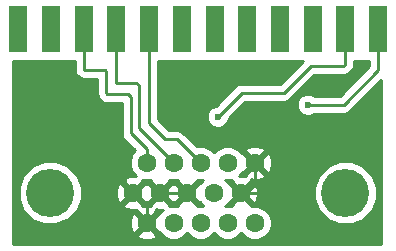
<source format=gtl>
G04 #@! TF.FileFunction,Copper,L1,Top,Signal*
%FSLAX46Y46*%
G04 Gerber Fmt 4.6, Leading zero omitted, Abs format (unit mm)*
G04 Created by KiCad (PCBNEW 4.0.7) date 01/07/18 23:21:39*
%MOMM*%
%LPD*%
G01*
G04 APERTURE LIST*
%ADD10C,0.100000*%
%ADD11R,1.500000X4.000000*%
%ADD12C,4.064000*%
%ADD13C,1.600200*%
%ADD14C,0.600000*%
%ADD15C,0.250000*%
%ADD16C,0.254000*%
G04 APERTURE END LIST*
D10*
D11*
X133735000Y-85310000D03*
X136505000Y-85310000D03*
X139275000Y-85310000D03*
X142045000Y-85310000D03*
X144815000Y-85310000D03*
X147585000Y-85310000D03*
X150355000Y-85310000D03*
X153125000Y-85310000D03*
X155895000Y-85310000D03*
X158665000Y-85310000D03*
X161435000Y-85310000D03*
X164205000Y-85310000D03*
D12*
X136430660Y-99170000D03*
X161429340Y-99170000D03*
D13*
X153760000Y-101710000D03*
X152615000Y-99170000D03*
X151470000Y-101710000D03*
X149180000Y-101710000D03*
X146890000Y-101710000D03*
X144600000Y-101710000D03*
X150325000Y-99170000D03*
X148035000Y-99170000D03*
X145745000Y-99170000D03*
X143455000Y-99170000D03*
X153760000Y-96630000D03*
X151470000Y-96630000D03*
X149180000Y-96630000D03*
X146890000Y-96630000D03*
X144600000Y-96630000D03*
D14*
X141732000Y-92710000D03*
X157226000Y-99314000D03*
X150622000Y-92710000D03*
X158242000Y-91694000D03*
D15*
X142748000Y-98463000D02*
X143455000Y-99170000D01*
X142748000Y-96012000D02*
X142748000Y-98463000D01*
X141732000Y-94996000D02*
X142748000Y-96012000D01*
X141732000Y-92710000D02*
X141732000Y-94996000D01*
X152615000Y-99170000D02*
X157082000Y-99170000D01*
X157082000Y-99170000D02*
X157226000Y-99314000D01*
X152615000Y-99170000D02*
X153052000Y-99170000D01*
X153052000Y-99170000D02*
X153760000Y-98462000D01*
X153760000Y-98462000D02*
X153760000Y-96630000D01*
X145745000Y-99170000D02*
X148035000Y-99170000D01*
X144443500Y-100158500D02*
X144756500Y-100158500D01*
X144756500Y-100158500D02*
X145745000Y-99170000D01*
X144600000Y-101710000D02*
X144600000Y-100315000D01*
X144600000Y-100315000D02*
X144443500Y-100158500D01*
X144443500Y-100158500D02*
X143455000Y-99170000D01*
X139275000Y-85310000D02*
X139275000Y-88755000D01*
X144600000Y-95480000D02*
X144600000Y-96630000D01*
X143250000Y-94130000D02*
X144600000Y-95480000D01*
X143250000Y-91060000D02*
X143250000Y-94130000D01*
X143020000Y-90830000D02*
X143250000Y-91060000D01*
X141260000Y-90830000D02*
X143020000Y-90830000D01*
X141180000Y-90750000D02*
X141260000Y-90830000D01*
X141180000Y-88880000D02*
X141180000Y-90750000D01*
X141070000Y-88770000D02*
X141180000Y-88880000D01*
X139290000Y-88770000D02*
X141070000Y-88770000D01*
X139275000Y-88755000D02*
X139290000Y-88770000D01*
X142045000Y-85310000D02*
X142045000Y-89825000D01*
X143920000Y-93660000D02*
X146890000Y-96630000D01*
X143920000Y-90050000D02*
X143920000Y-93660000D01*
X143700000Y-89830000D02*
X143920000Y-90050000D01*
X142050000Y-89830000D02*
X143700000Y-89830000D01*
X142045000Y-89825000D02*
X142050000Y-89830000D01*
X144815000Y-85310000D02*
X144815000Y-93235000D01*
X147150000Y-94600000D02*
X149180000Y-96630000D01*
X146180000Y-94600000D02*
X147150000Y-94600000D01*
X144815000Y-93235000D02*
X146180000Y-94600000D01*
X161435000Y-88247000D02*
X161435000Y-85310000D01*
X161290000Y-88392000D02*
X161435000Y-88247000D01*
X158496000Y-88392000D02*
X161290000Y-88392000D01*
X156210000Y-90678000D02*
X158496000Y-88392000D01*
X152654000Y-90678000D02*
X156210000Y-90678000D01*
X150622000Y-92710000D02*
X152654000Y-90678000D01*
X164205000Y-88779000D02*
X164205000Y-85310000D01*
X161290000Y-91694000D02*
X164205000Y-88779000D01*
X158242000Y-91694000D02*
X161290000Y-91694000D01*
D16*
G36*
X138515000Y-88755000D02*
X138572852Y-89045839D01*
X138737599Y-89292401D01*
X138752599Y-89307401D01*
X138999160Y-89472148D01*
X139290000Y-89530000D01*
X140420000Y-89530000D01*
X140420000Y-90750000D01*
X140477852Y-91040839D01*
X140642599Y-91287401D01*
X140722599Y-91367401D01*
X140969161Y-91532148D01*
X141260000Y-91590000D01*
X142490000Y-91590000D01*
X142490000Y-94130000D01*
X142547852Y-94420839D01*
X142712599Y-94667401D01*
X143622863Y-95577665D01*
X143384091Y-95816020D01*
X143165150Y-96343289D01*
X143164652Y-96914207D01*
X143382672Y-97441857D01*
X143663649Y-97723325D01*
X143101530Y-97750121D01*
X142700935Y-97916053D01*
X142626788Y-98162183D01*
X143455000Y-98990395D01*
X144283212Y-98162183D01*
X144245398Y-98036659D01*
X144313289Y-98064850D01*
X144884207Y-98065348D01*
X144954739Y-98036205D01*
X144916788Y-98162183D01*
X145745000Y-98990395D01*
X146573212Y-98162183D01*
X146535398Y-98036659D01*
X146603289Y-98064850D01*
X147174207Y-98065348D01*
X147244739Y-98036205D01*
X147206788Y-98162183D01*
X148035000Y-98990395D01*
X148863212Y-98162183D01*
X148825398Y-98036659D01*
X148893289Y-98064850D01*
X149400326Y-98065292D01*
X149109091Y-98356020D01*
X149106975Y-98361116D01*
X149042817Y-98341788D01*
X148214605Y-99170000D01*
X149042817Y-99998212D01*
X149106503Y-99979027D01*
X149107672Y-99981857D01*
X149400396Y-100275092D01*
X148895793Y-100274652D01*
X148825261Y-100303795D01*
X148863212Y-100177817D01*
X148035000Y-99349605D01*
X147206788Y-100177817D01*
X147244602Y-100303341D01*
X147176711Y-100275150D01*
X146605793Y-100274652D01*
X146535261Y-100303795D01*
X146573212Y-100177817D01*
X145745000Y-99349605D01*
X144916788Y-100177817D01*
X144957686Y-100313577D01*
X144816800Y-100262936D01*
X144249422Y-100289983D01*
X144283212Y-100177817D01*
X143455000Y-99349605D01*
X142626788Y-100177817D01*
X142700935Y-100423947D01*
X143238200Y-100617064D01*
X143805578Y-100590017D01*
X143771788Y-100702183D01*
X144600000Y-101530395D01*
X145428212Y-100702183D01*
X145387314Y-100566423D01*
X145528200Y-100617064D01*
X145974864Y-100595771D01*
X145674091Y-100896020D01*
X145671975Y-100901116D01*
X145607817Y-100881788D01*
X144779605Y-101710000D01*
X145607817Y-102538212D01*
X145671503Y-102519027D01*
X145672672Y-102521857D01*
X146076020Y-102925909D01*
X146603289Y-103144850D01*
X147174207Y-103145348D01*
X147701857Y-102927328D01*
X148035227Y-102594539D01*
X148366020Y-102925909D01*
X148893289Y-103144850D01*
X149464207Y-103145348D01*
X149991857Y-102927328D01*
X150325227Y-102594539D01*
X150656020Y-102925909D01*
X151183289Y-103144850D01*
X151754207Y-103145348D01*
X152281857Y-102927328D01*
X152615227Y-102594539D01*
X152946020Y-102925909D01*
X153473289Y-103144850D01*
X154044207Y-103145348D01*
X154571857Y-102927328D01*
X154975909Y-102523980D01*
X155194850Y-101996711D01*
X155195348Y-101425793D01*
X154977328Y-100898143D01*
X154573980Y-100494091D01*
X154046711Y-100275150D01*
X153475793Y-100274652D01*
X153405261Y-100303795D01*
X153443212Y-100177817D01*
X152615000Y-99349605D01*
X151786788Y-100177817D01*
X151824602Y-100303341D01*
X151756711Y-100275150D01*
X151249674Y-100274708D01*
X151540909Y-99983980D01*
X151543025Y-99978884D01*
X151607183Y-99998212D01*
X152435395Y-99170000D01*
X152794605Y-99170000D01*
X153622817Y-99998212D01*
X153868947Y-99924065D01*
X153950143Y-99698172D01*
X158761878Y-99698172D01*
X159167049Y-100678761D01*
X159916633Y-101429655D01*
X160896513Y-101836536D01*
X161957512Y-101837462D01*
X162938101Y-101432291D01*
X163688995Y-100682707D01*
X164095876Y-99702827D01*
X164096802Y-98641828D01*
X163691631Y-97661239D01*
X162942047Y-96910345D01*
X161962167Y-96503464D01*
X160901168Y-96502538D01*
X159920579Y-96907709D01*
X159169685Y-97657293D01*
X158762804Y-98637173D01*
X158761878Y-99698172D01*
X153950143Y-99698172D01*
X154062064Y-99386800D01*
X154034879Y-98816530D01*
X153868947Y-98415935D01*
X153622817Y-98341788D01*
X152794605Y-99170000D01*
X152435395Y-99170000D01*
X151607183Y-98341788D01*
X151543497Y-98360973D01*
X151542328Y-98358143D01*
X151249604Y-98064908D01*
X151754207Y-98065348D01*
X151824739Y-98036205D01*
X151786788Y-98162183D01*
X152615000Y-98990395D01*
X153443212Y-98162183D01*
X153402314Y-98026423D01*
X153543200Y-98077064D01*
X154113470Y-98049879D01*
X154514065Y-97883947D01*
X154588212Y-97637817D01*
X153760000Y-96809605D01*
X152931788Y-97637817D01*
X152972686Y-97773577D01*
X152831800Y-97722936D01*
X152385136Y-97744229D01*
X152685909Y-97443980D01*
X152688025Y-97438884D01*
X152752183Y-97458212D01*
X153580395Y-96630000D01*
X153939605Y-96630000D01*
X154767817Y-97458212D01*
X155013947Y-97384065D01*
X155207064Y-96846800D01*
X155179879Y-96276530D01*
X155013947Y-95875935D01*
X154767817Y-95801788D01*
X153939605Y-96630000D01*
X153580395Y-96630000D01*
X152752183Y-95801788D01*
X152688497Y-95820973D01*
X152687328Y-95818143D01*
X152491710Y-95622183D01*
X152931788Y-95622183D01*
X153760000Y-96450395D01*
X154588212Y-95622183D01*
X154514065Y-95376053D01*
X153976800Y-95182936D01*
X153406530Y-95210121D01*
X153005935Y-95376053D01*
X152931788Y-95622183D01*
X152491710Y-95622183D01*
X152283980Y-95414091D01*
X151756711Y-95195150D01*
X151185793Y-95194652D01*
X150658143Y-95412672D01*
X150324773Y-95745461D01*
X149993980Y-95414091D01*
X149466711Y-95195150D01*
X148895793Y-95194652D01*
X148841774Y-95216972D01*
X147687401Y-94062599D01*
X147440839Y-93897852D01*
X147150000Y-93840000D01*
X146494802Y-93840000D01*
X145575000Y-92920198D01*
X145575000Y-88011000D01*
X157802198Y-88011000D01*
X155895198Y-89918000D01*
X152654000Y-89918000D01*
X152363161Y-89975852D01*
X152116599Y-90140599D01*
X150482320Y-91774878D01*
X150436833Y-91774838D01*
X150093057Y-91916883D01*
X149829808Y-92179673D01*
X149687162Y-92523201D01*
X149686838Y-92895167D01*
X149828883Y-93238943D01*
X150091673Y-93502192D01*
X150435201Y-93644838D01*
X150807167Y-93645162D01*
X151150943Y-93503117D01*
X151414192Y-93240327D01*
X151556838Y-92896799D01*
X151556879Y-92849923D01*
X152968802Y-91438000D01*
X156210000Y-91438000D01*
X156500839Y-91380148D01*
X156747401Y-91215401D01*
X158810802Y-89152000D01*
X161290000Y-89152000D01*
X161580839Y-89094148D01*
X161827401Y-88929401D01*
X161972401Y-88784401D01*
X162137148Y-88537839D01*
X162195000Y-88247000D01*
X162195000Y-88011000D01*
X163445000Y-88011000D01*
X163445000Y-88464198D01*
X160975198Y-90934000D01*
X158804463Y-90934000D01*
X158772327Y-90901808D01*
X158428799Y-90759162D01*
X158056833Y-90758838D01*
X157713057Y-90900883D01*
X157449808Y-91163673D01*
X157307162Y-91507201D01*
X157306838Y-91879167D01*
X157448883Y-92222943D01*
X157711673Y-92486192D01*
X158055201Y-92628838D01*
X158427167Y-92629162D01*
X158770943Y-92487117D01*
X158804118Y-92454000D01*
X161290000Y-92454000D01*
X161580839Y-92396148D01*
X161827401Y-92231401D01*
X164415000Y-89643802D01*
X164415000Y-103455000D01*
X133273000Y-103455000D01*
X133273000Y-102717817D01*
X143771788Y-102717817D01*
X143845935Y-102963947D01*
X144383200Y-103157064D01*
X144953470Y-103129879D01*
X145354065Y-102963947D01*
X145428212Y-102717817D01*
X144600000Y-101889605D01*
X143771788Y-102717817D01*
X133273000Y-102717817D01*
X133273000Y-99698172D01*
X133763198Y-99698172D01*
X134168369Y-100678761D01*
X134917953Y-101429655D01*
X135897833Y-101836536D01*
X136958832Y-101837462D01*
X137792009Y-101493200D01*
X143152936Y-101493200D01*
X143180121Y-102063470D01*
X143346053Y-102464065D01*
X143592183Y-102538212D01*
X144420395Y-101710000D01*
X143592183Y-100881788D01*
X143346053Y-100955935D01*
X143152936Y-101493200D01*
X137792009Y-101493200D01*
X137939421Y-101432291D01*
X138690315Y-100682707D01*
X139097196Y-99702827D01*
X139097850Y-98953200D01*
X142007936Y-98953200D01*
X142035121Y-99523470D01*
X142201053Y-99924065D01*
X142447183Y-99998212D01*
X143275395Y-99170000D01*
X143634605Y-99170000D01*
X144462817Y-99998212D01*
X144600000Y-99956885D01*
X144737183Y-99998212D01*
X145565395Y-99170000D01*
X145924605Y-99170000D01*
X146752817Y-99998212D01*
X146890000Y-99956885D01*
X147027183Y-99998212D01*
X147855395Y-99170000D01*
X147027183Y-98341788D01*
X146890000Y-98383115D01*
X146752817Y-98341788D01*
X145924605Y-99170000D01*
X145565395Y-99170000D01*
X144737183Y-98341788D01*
X144600000Y-98383115D01*
X144462817Y-98341788D01*
X143634605Y-99170000D01*
X143275395Y-99170000D01*
X142447183Y-98341788D01*
X142201053Y-98415935D01*
X142007936Y-98953200D01*
X139097850Y-98953200D01*
X139098122Y-98641828D01*
X138692951Y-97661239D01*
X137943367Y-96910345D01*
X136963487Y-96503464D01*
X135902488Y-96502538D01*
X134921899Y-96907709D01*
X134171005Y-97657293D01*
X133764124Y-98637173D01*
X133763198Y-99698172D01*
X133273000Y-99698172D01*
X133273000Y-88011000D01*
X138515000Y-88011000D01*
X138515000Y-88755000D01*
X138515000Y-88755000D01*
G37*
X138515000Y-88755000D02*
X138572852Y-89045839D01*
X138737599Y-89292401D01*
X138752599Y-89307401D01*
X138999160Y-89472148D01*
X139290000Y-89530000D01*
X140420000Y-89530000D01*
X140420000Y-90750000D01*
X140477852Y-91040839D01*
X140642599Y-91287401D01*
X140722599Y-91367401D01*
X140969161Y-91532148D01*
X141260000Y-91590000D01*
X142490000Y-91590000D01*
X142490000Y-94130000D01*
X142547852Y-94420839D01*
X142712599Y-94667401D01*
X143622863Y-95577665D01*
X143384091Y-95816020D01*
X143165150Y-96343289D01*
X143164652Y-96914207D01*
X143382672Y-97441857D01*
X143663649Y-97723325D01*
X143101530Y-97750121D01*
X142700935Y-97916053D01*
X142626788Y-98162183D01*
X143455000Y-98990395D01*
X144283212Y-98162183D01*
X144245398Y-98036659D01*
X144313289Y-98064850D01*
X144884207Y-98065348D01*
X144954739Y-98036205D01*
X144916788Y-98162183D01*
X145745000Y-98990395D01*
X146573212Y-98162183D01*
X146535398Y-98036659D01*
X146603289Y-98064850D01*
X147174207Y-98065348D01*
X147244739Y-98036205D01*
X147206788Y-98162183D01*
X148035000Y-98990395D01*
X148863212Y-98162183D01*
X148825398Y-98036659D01*
X148893289Y-98064850D01*
X149400326Y-98065292D01*
X149109091Y-98356020D01*
X149106975Y-98361116D01*
X149042817Y-98341788D01*
X148214605Y-99170000D01*
X149042817Y-99998212D01*
X149106503Y-99979027D01*
X149107672Y-99981857D01*
X149400396Y-100275092D01*
X148895793Y-100274652D01*
X148825261Y-100303795D01*
X148863212Y-100177817D01*
X148035000Y-99349605D01*
X147206788Y-100177817D01*
X147244602Y-100303341D01*
X147176711Y-100275150D01*
X146605793Y-100274652D01*
X146535261Y-100303795D01*
X146573212Y-100177817D01*
X145745000Y-99349605D01*
X144916788Y-100177817D01*
X144957686Y-100313577D01*
X144816800Y-100262936D01*
X144249422Y-100289983D01*
X144283212Y-100177817D01*
X143455000Y-99349605D01*
X142626788Y-100177817D01*
X142700935Y-100423947D01*
X143238200Y-100617064D01*
X143805578Y-100590017D01*
X143771788Y-100702183D01*
X144600000Y-101530395D01*
X145428212Y-100702183D01*
X145387314Y-100566423D01*
X145528200Y-100617064D01*
X145974864Y-100595771D01*
X145674091Y-100896020D01*
X145671975Y-100901116D01*
X145607817Y-100881788D01*
X144779605Y-101710000D01*
X145607817Y-102538212D01*
X145671503Y-102519027D01*
X145672672Y-102521857D01*
X146076020Y-102925909D01*
X146603289Y-103144850D01*
X147174207Y-103145348D01*
X147701857Y-102927328D01*
X148035227Y-102594539D01*
X148366020Y-102925909D01*
X148893289Y-103144850D01*
X149464207Y-103145348D01*
X149991857Y-102927328D01*
X150325227Y-102594539D01*
X150656020Y-102925909D01*
X151183289Y-103144850D01*
X151754207Y-103145348D01*
X152281857Y-102927328D01*
X152615227Y-102594539D01*
X152946020Y-102925909D01*
X153473289Y-103144850D01*
X154044207Y-103145348D01*
X154571857Y-102927328D01*
X154975909Y-102523980D01*
X155194850Y-101996711D01*
X155195348Y-101425793D01*
X154977328Y-100898143D01*
X154573980Y-100494091D01*
X154046711Y-100275150D01*
X153475793Y-100274652D01*
X153405261Y-100303795D01*
X153443212Y-100177817D01*
X152615000Y-99349605D01*
X151786788Y-100177817D01*
X151824602Y-100303341D01*
X151756711Y-100275150D01*
X151249674Y-100274708D01*
X151540909Y-99983980D01*
X151543025Y-99978884D01*
X151607183Y-99998212D01*
X152435395Y-99170000D01*
X152794605Y-99170000D01*
X153622817Y-99998212D01*
X153868947Y-99924065D01*
X153950143Y-99698172D01*
X158761878Y-99698172D01*
X159167049Y-100678761D01*
X159916633Y-101429655D01*
X160896513Y-101836536D01*
X161957512Y-101837462D01*
X162938101Y-101432291D01*
X163688995Y-100682707D01*
X164095876Y-99702827D01*
X164096802Y-98641828D01*
X163691631Y-97661239D01*
X162942047Y-96910345D01*
X161962167Y-96503464D01*
X160901168Y-96502538D01*
X159920579Y-96907709D01*
X159169685Y-97657293D01*
X158762804Y-98637173D01*
X158761878Y-99698172D01*
X153950143Y-99698172D01*
X154062064Y-99386800D01*
X154034879Y-98816530D01*
X153868947Y-98415935D01*
X153622817Y-98341788D01*
X152794605Y-99170000D01*
X152435395Y-99170000D01*
X151607183Y-98341788D01*
X151543497Y-98360973D01*
X151542328Y-98358143D01*
X151249604Y-98064908D01*
X151754207Y-98065348D01*
X151824739Y-98036205D01*
X151786788Y-98162183D01*
X152615000Y-98990395D01*
X153443212Y-98162183D01*
X153402314Y-98026423D01*
X153543200Y-98077064D01*
X154113470Y-98049879D01*
X154514065Y-97883947D01*
X154588212Y-97637817D01*
X153760000Y-96809605D01*
X152931788Y-97637817D01*
X152972686Y-97773577D01*
X152831800Y-97722936D01*
X152385136Y-97744229D01*
X152685909Y-97443980D01*
X152688025Y-97438884D01*
X152752183Y-97458212D01*
X153580395Y-96630000D01*
X153939605Y-96630000D01*
X154767817Y-97458212D01*
X155013947Y-97384065D01*
X155207064Y-96846800D01*
X155179879Y-96276530D01*
X155013947Y-95875935D01*
X154767817Y-95801788D01*
X153939605Y-96630000D01*
X153580395Y-96630000D01*
X152752183Y-95801788D01*
X152688497Y-95820973D01*
X152687328Y-95818143D01*
X152491710Y-95622183D01*
X152931788Y-95622183D01*
X153760000Y-96450395D01*
X154588212Y-95622183D01*
X154514065Y-95376053D01*
X153976800Y-95182936D01*
X153406530Y-95210121D01*
X153005935Y-95376053D01*
X152931788Y-95622183D01*
X152491710Y-95622183D01*
X152283980Y-95414091D01*
X151756711Y-95195150D01*
X151185793Y-95194652D01*
X150658143Y-95412672D01*
X150324773Y-95745461D01*
X149993980Y-95414091D01*
X149466711Y-95195150D01*
X148895793Y-95194652D01*
X148841774Y-95216972D01*
X147687401Y-94062599D01*
X147440839Y-93897852D01*
X147150000Y-93840000D01*
X146494802Y-93840000D01*
X145575000Y-92920198D01*
X145575000Y-88011000D01*
X157802198Y-88011000D01*
X155895198Y-89918000D01*
X152654000Y-89918000D01*
X152363161Y-89975852D01*
X152116599Y-90140599D01*
X150482320Y-91774878D01*
X150436833Y-91774838D01*
X150093057Y-91916883D01*
X149829808Y-92179673D01*
X149687162Y-92523201D01*
X149686838Y-92895167D01*
X149828883Y-93238943D01*
X150091673Y-93502192D01*
X150435201Y-93644838D01*
X150807167Y-93645162D01*
X151150943Y-93503117D01*
X151414192Y-93240327D01*
X151556838Y-92896799D01*
X151556879Y-92849923D01*
X152968802Y-91438000D01*
X156210000Y-91438000D01*
X156500839Y-91380148D01*
X156747401Y-91215401D01*
X158810802Y-89152000D01*
X161290000Y-89152000D01*
X161580839Y-89094148D01*
X161827401Y-88929401D01*
X161972401Y-88784401D01*
X162137148Y-88537839D01*
X162195000Y-88247000D01*
X162195000Y-88011000D01*
X163445000Y-88011000D01*
X163445000Y-88464198D01*
X160975198Y-90934000D01*
X158804463Y-90934000D01*
X158772327Y-90901808D01*
X158428799Y-90759162D01*
X158056833Y-90758838D01*
X157713057Y-90900883D01*
X157449808Y-91163673D01*
X157307162Y-91507201D01*
X157306838Y-91879167D01*
X157448883Y-92222943D01*
X157711673Y-92486192D01*
X158055201Y-92628838D01*
X158427167Y-92629162D01*
X158770943Y-92487117D01*
X158804118Y-92454000D01*
X161290000Y-92454000D01*
X161580839Y-92396148D01*
X161827401Y-92231401D01*
X164415000Y-89643802D01*
X164415000Y-103455000D01*
X133273000Y-103455000D01*
X133273000Y-102717817D01*
X143771788Y-102717817D01*
X143845935Y-102963947D01*
X144383200Y-103157064D01*
X144953470Y-103129879D01*
X145354065Y-102963947D01*
X145428212Y-102717817D01*
X144600000Y-101889605D01*
X143771788Y-102717817D01*
X133273000Y-102717817D01*
X133273000Y-99698172D01*
X133763198Y-99698172D01*
X134168369Y-100678761D01*
X134917953Y-101429655D01*
X135897833Y-101836536D01*
X136958832Y-101837462D01*
X137792009Y-101493200D01*
X143152936Y-101493200D01*
X143180121Y-102063470D01*
X143346053Y-102464065D01*
X143592183Y-102538212D01*
X144420395Y-101710000D01*
X143592183Y-100881788D01*
X143346053Y-100955935D01*
X143152936Y-101493200D01*
X137792009Y-101493200D01*
X137939421Y-101432291D01*
X138690315Y-100682707D01*
X139097196Y-99702827D01*
X139097850Y-98953200D01*
X142007936Y-98953200D01*
X142035121Y-99523470D01*
X142201053Y-99924065D01*
X142447183Y-99998212D01*
X143275395Y-99170000D01*
X143634605Y-99170000D01*
X144462817Y-99998212D01*
X144600000Y-99956885D01*
X144737183Y-99998212D01*
X145565395Y-99170000D01*
X145924605Y-99170000D01*
X146752817Y-99998212D01*
X146890000Y-99956885D01*
X147027183Y-99998212D01*
X147855395Y-99170000D01*
X147027183Y-98341788D01*
X146890000Y-98383115D01*
X146752817Y-98341788D01*
X145924605Y-99170000D01*
X145565395Y-99170000D01*
X144737183Y-98341788D01*
X144600000Y-98383115D01*
X144462817Y-98341788D01*
X143634605Y-99170000D01*
X143275395Y-99170000D01*
X142447183Y-98341788D01*
X142201053Y-98415935D01*
X142007936Y-98953200D01*
X139097850Y-98953200D01*
X139098122Y-98641828D01*
X138692951Y-97661239D01*
X137943367Y-96910345D01*
X136963487Y-96503464D01*
X135902488Y-96502538D01*
X134921899Y-96907709D01*
X134171005Y-97657293D01*
X133764124Y-98637173D01*
X133763198Y-99698172D01*
X133273000Y-99698172D01*
X133273000Y-88011000D01*
X138515000Y-88011000D01*
X138515000Y-88755000D01*
M02*

</source>
